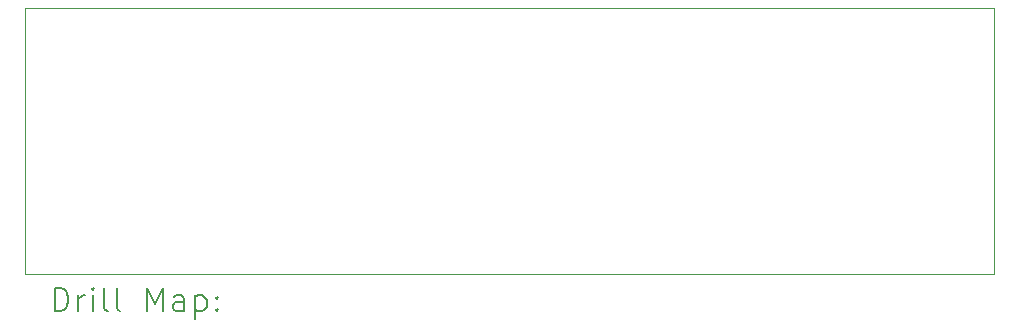
<source format=gbr>
%TF.GenerationSoftware,KiCad,Pcbnew,6.0.9-8da3e8f707~116~ubuntu20.04.1*%
%TF.CreationDate,2022-11-07T18:33:13+00:00*%
%TF.ProjectId,slrm,736c726d-2e6b-4696-9361-645f70636258,rev?*%
%TF.SameCoordinates,Original*%
%TF.FileFunction,Drillmap*%
%TF.FilePolarity,Positive*%
%FSLAX45Y45*%
G04 Gerber Fmt 4.5, Leading zero omitted, Abs format (unit mm)*
G04 Created by KiCad (PCBNEW 6.0.9-8da3e8f707~116~ubuntu20.04.1) date 2022-11-07 18:33:13*
%MOMM*%
%LPD*%
G01*
G04 APERTURE LIST*
%ADD10C,0.100000*%
%ADD11C,0.200000*%
G04 APERTURE END LIST*
D10*
X10873569Y-8392145D02*
X19078802Y-8392145D01*
X19078802Y-8392145D02*
X19078802Y-10640810D01*
X19078802Y-10640810D02*
X10873569Y-10640810D01*
X10873569Y-10640810D02*
X10873569Y-8392145D01*
D11*
X11126188Y-10956286D02*
X11126188Y-10756286D01*
X11173807Y-10756286D01*
X11202379Y-10765810D01*
X11221426Y-10784857D01*
X11230950Y-10803905D01*
X11240474Y-10842000D01*
X11240474Y-10870572D01*
X11230950Y-10908667D01*
X11221426Y-10927714D01*
X11202379Y-10946762D01*
X11173807Y-10956286D01*
X11126188Y-10956286D01*
X11326188Y-10956286D02*
X11326188Y-10822952D01*
X11326188Y-10861048D02*
X11335712Y-10842000D01*
X11345236Y-10832476D01*
X11364284Y-10822952D01*
X11383331Y-10822952D01*
X11449998Y-10956286D02*
X11449998Y-10822952D01*
X11449998Y-10756286D02*
X11440474Y-10765810D01*
X11449998Y-10775333D01*
X11459522Y-10765810D01*
X11449998Y-10756286D01*
X11449998Y-10775333D01*
X11573807Y-10956286D02*
X11554760Y-10946762D01*
X11545236Y-10927714D01*
X11545236Y-10756286D01*
X11678569Y-10956286D02*
X11659522Y-10946762D01*
X11649998Y-10927714D01*
X11649998Y-10756286D01*
X11907141Y-10956286D02*
X11907141Y-10756286D01*
X11973807Y-10899143D01*
X12040474Y-10756286D01*
X12040474Y-10956286D01*
X12221426Y-10956286D02*
X12221426Y-10851524D01*
X12211903Y-10832476D01*
X12192855Y-10822952D01*
X12154760Y-10822952D01*
X12135712Y-10832476D01*
X12221426Y-10946762D02*
X12202379Y-10956286D01*
X12154760Y-10956286D01*
X12135712Y-10946762D01*
X12126188Y-10927714D01*
X12126188Y-10908667D01*
X12135712Y-10889619D01*
X12154760Y-10880095D01*
X12202379Y-10880095D01*
X12221426Y-10870572D01*
X12316665Y-10822952D02*
X12316665Y-11022952D01*
X12316665Y-10832476D02*
X12335712Y-10822952D01*
X12373807Y-10822952D01*
X12392855Y-10832476D01*
X12402379Y-10842000D01*
X12411903Y-10861048D01*
X12411903Y-10918191D01*
X12402379Y-10937238D01*
X12392855Y-10946762D01*
X12373807Y-10956286D01*
X12335712Y-10956286D01*
X12316665Y-10946762D01*
X12497617Y-10937238D02*
X12507141Y-10946762D01*
X12497617Y-10956286D01*
X12488093Y-10946762D01*
X12497617Y-10937238D01*
X12497617Y-10956286D01*
X12497617Y-10832476D02*
X12507141Y-10842000D01*
X12497617Y-10851524D01*
X12488093Y-10842000D01*
X12497617Y-10832476D01*
X12497617Y-10851524D01*
M02*

</source>
